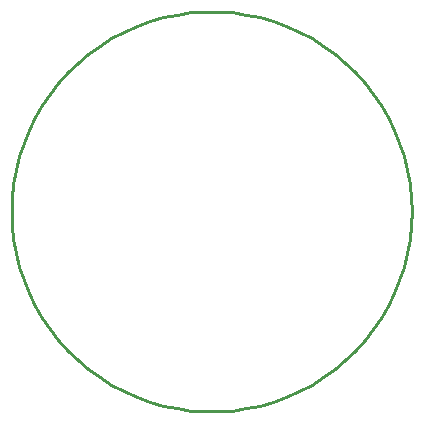
<source format=gm1>
%FSDAX23Y23*%
%MOIN*%
%SFA1B1*%

%IPPOS*%
%ADD10C,0.010000*%
%LNpcb1-1*%
%LPD*%
G54D10*
X05487Y03695D02*
D01*
X05485Y03741*
X05480Y03787*
X05472Y03833*
X05461Y03878*
X05446Y03923*
X05429Y03966*
X05408Y04008*
X05385Y04048*
X05359Y04087*
X05330Y04123*
X05299Y04158*
X05266Y04190*
X05230Y04220*
X05192Y04247*
X05153Y04272*
X05112Y04294*
X05069Y04313*
X05026Y04329*
X04981Y04342*
X04935Y04351*
X04889Y04358*
X04843Y04361*
X04796*
X04750Y04358*
X04704Y04351*
X04658Y04342*
X04613Y04329*
X04570Y04313*
X04527Y04294*
X04486Y04272*
X04447Y04247*
X04409Y04220*
X04373Y04190*
X04340Y04158*
X04309Y04123*
X04280Y04087*
X04254Y04048*
X04231Y04008*
X04210Y03966*
X04193Y03923*
X04178Y03878*
X04167Y03833*
X04159Y03787*
X04154Y03741*
X04153Y03695*
X04154Y03648*
X04159Y03602*
X04167Y03556*
X04178Y03511*
X04193Y03466*
X04210Y03423*
X04231Y03381*
X04254Y03341*
X04280Y03302*
X04309Y03266*
X04340Y03231*
X04373Y03199*
X04409Y03169*
X04447Y03142*
X04486Y03117*
X04527Y03095*
X04570Y03076*
X04613Y03060*
X04658Y03047*
X04704Y03038*
X04750Y03031*
X04796Y03028*
X04843*
X04889Y03031*
X04935Y03038*
X04981Y03047*
X05026Y03060*
X05069Y03076*
X05112Y03095*
X05153Y03117*
X05192Y03142*
X05230Y03169*
X05266Y03199*
X05299Y03231*
X05330Y03266*
X05359Y03302*
X05385Y03341*
X05408Y03381*
X05429Y03423*
X05446Y03466*
X05461Y03511*
X05472Y03556*
X05480Y03602*
X05485Y03648*
X05487Y03695*
M02*
</source>
